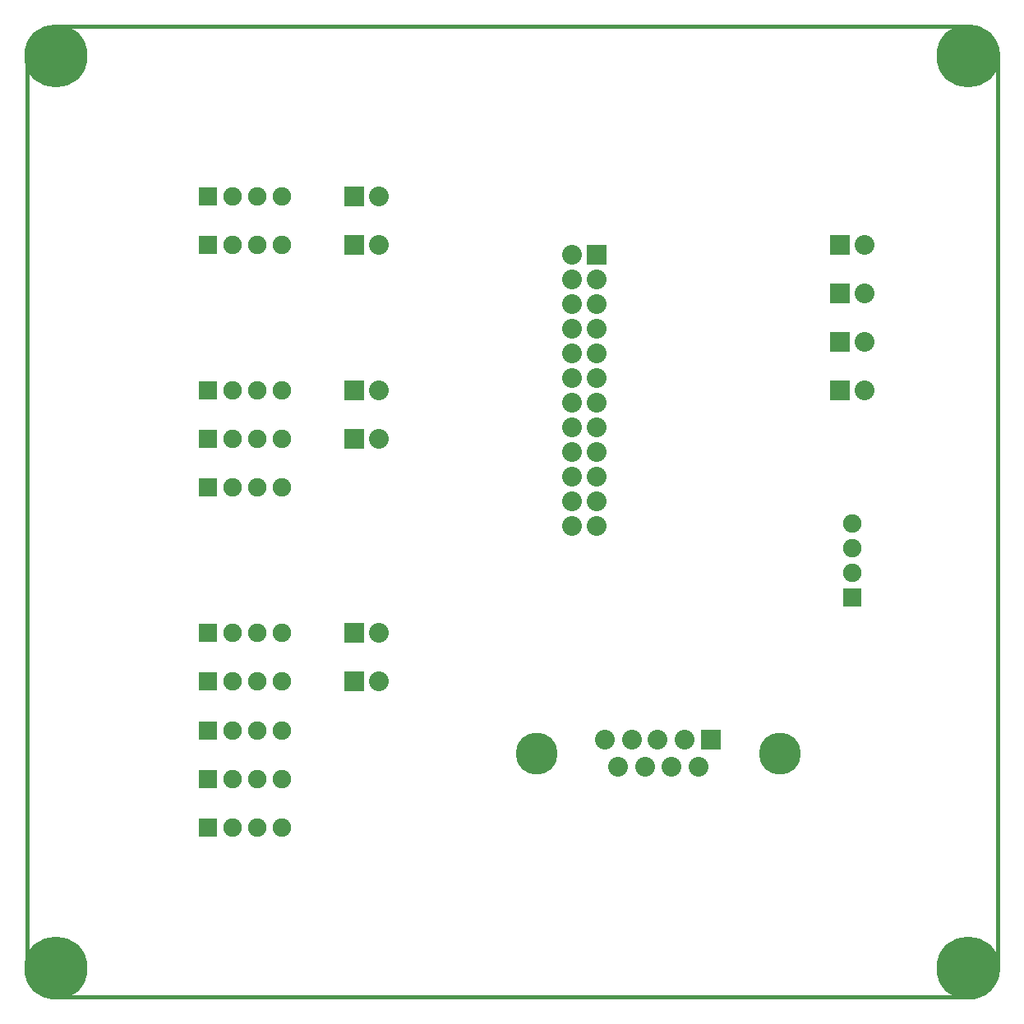
<source format=gbs>
G04 (created by PCBNEW-RS274X (2011-05-25)-stable) date Mon 09 Jul 2012 09:12:41 PM CEST*
G01*
G70*
G90*
%MOIN*%
G04 Gerber Fmt 3.4, Leading zero omitted, Abs format*
%FSLAX34Y34*%
G04 APERTURE LIST*
%ADD10C,0.006000*%
%ADD11C,0.015000*%
%ADD12R,0.075000X0.075000*%
%ADD13C,0.075000*%
%ADD14R,0.080000X0.080000*%
%ADD15C,0.080000*%
%ADD16C,0.170000*%
%ADD17C,0.256200*%
G04 APERTURE END LIST*
G54D10*
G54D11*
X19685Y-20866D02*
X19685Y-57874D01*
X57874Y-19685D02*
X20866Y-19685D01*
X59055Y-57874D02*
X59055Y-20866D01*
X20866Y-59055D02*
X57874Y-59055D01*
X19685Y-57874D02*
X19690Y-57976D01*
X19703Y-58079D01*
X19726Y-58179D01*
X19757Y-58277D01*
X19796Y-58373D01*
X19844Y-58464D01*
X19899Y-58551D01*
X19962Y-58633D01*
X20031Y-58709D01*
X20107Y-58778D01*
X20189Y-58841D01*
X20276Y-58896D01*
X20367Y-58944D01*
X20463Y-58983D01*
X20561Y-59014D01*
X20661Y-59037D01*
X20764Y-59050D01*
X20866Y-59055D01*
X20866Y-19685D02*
X20764Y-19690D01*
X20661Y-19703D01*
X20561Y-19726D01*
X20463Y-19757D01*
X20367Y-19796D01*
X20276Y-19844D01*
X20189Y-19899D01*
X20107Y-19962D01*
X20031Y-20031D01*
X19962Y-20107D01*
X19899Y-20189D01*
X19844Y-20276D01*
X19796Y-20367D01*
X19757Y-20463D01*
X19726Y-20561D01*
X19703Y-20661D01*
X19690Y-20764D01*
X19685Y-20866D01*
X59055Y-20866D02*
X59050Y-20764D01*
X59037Y-20661D01*
X59014Y-20561D01*
X58983Y-20463D01*
X58944Y-20367D01*
X58896Y-20276D01*
X58841Y-20189D01*
X58778Y-20107D01*
X58709Y-20031D01*
X58633Y-19962D01*
X58551Y-19899D01*
X58464Y-19844D01*
X58373Y-19796D01*
X58277Y-19757D01*
X58179Y-19726D01*
X58079Y-19703D01*
X57976Y-19690D01*
X57874Y-19685D01*
X57874Y-59055D02*
X57976Y-59050D01*
X58079Y-59037D01*
X58179Y-59014D01*
X58277Y-58983D01*
X58373Y-58944D01*
X58464Y-58896D01*
X58551Y-58841D01*
X58633Y-58778D01*
X58709Y-58709D01*
X58778Y-58633D01*
X58841Y-58551D01*
X58896Y-58464D01*
X58944Y-58373D01*
X58983Y-58277D01*
X59014Y-58179D01*
X59037Y-58079D01*
X59050Y-57976D01*
X59055Y-57874D01*
G54D12*
X27043Y-28543D03*
G54D13*
X28043Y-28543D03*
X29043Y-28543D03*
X30043Y-28543D03*
G54D12*
X27043Y-36417D03*
G54D13*
X28043Y-36417D03*
X29043Y-36417D03*
X30043Y-36417D03*
G54D12*
X27043Y-52166D03*
G54D13*
X28043Y-52166D03*
X29043Y-52166D03*
X30043Y-52166D03*
G54D12*
X27043Y-34448D03*
G54D13*
X28043Y-34448D03*
X29043Y-34448D03*
X30043Y-34448D03*
G54D12*
X27043Y-38385D03*
G54D13*
X28043Y-38385D03*
X29043Y-38385D03*
X30043Y-38385D03*
G54D12*
X27043Y-50198D03*
G54D13*
X28043Y-50198D03*
X29043Y-50198D03*
X30043Y-50198D03*
G54D12*
X27043Y-46261D03*
G54D13*
X28043Y-46261D03*
X29043Y-46261D03*
X30043Y-46261D03*
G54D12*
X27043Y-44292D03*
G54D13*
X28043Y-44292D03*
X29043Y-44292D03*
X30043Y-44292D03*
G54D12*
X27043Y-48229D03*
G54D13*
X28043Y-48229D03*
X29043Y-48229D03*
X30043Y-48229D03*
G54D12*
X27043Y-26575D03*
G54D13*
X28043Y-26575D03*
X29043Y-26575D03*
X30043Y-26575D03*
G54D14*
X32965Y-46260D03*
G54D15*
X33965Y-46260D03*
G54D14*
X32965Y-34449D03*
G54D15*
X33965Y-34449D03*
G54D14*
X52650Y-34449D03*
G54D15*
X53650Y-34449D03*
G54D14*
X32965Y-36417D03*
G54D15*
X33965Y-36417D03*
G54D14*
X32965Y-44291D03*
G54D15*
X33965Y-44291D03*
G54D14*
X52650Y-32480D03*
G54D15*
X53650Y-32480D03*
G54D14*
X52650Y-30512D03*
G54D15*
X53650Y-30512D03*
G54D14*
X52650Y-28543D03*
G54D15*
X53650Y-28543D03*
G54D14*
X32964Y-28543D03*
G54D15*
X33964Y-28543D03*
G54D14*
X32964Y-26575D03*
G54D15*
X33964Y-26575D03*
G54D14*
X42800Y-28950D03*
G54D15*
X41800Y-28950D03*
X42800Y-29950D03*
X41800Y-29950D03*
X42800Y-30950D03*
X41800Y-30950D03*
X42800Y-31950D03*
X41800Y-31950D03*
X42800Y-32950D03*
X41800Y-32950D03*
X42800Y-33950D03*
X41800Y-33950D03*
X42800Y-34950D03*
X41800Y-34950D03*
X42800Y-35950D03*
X41800Y-35950D03*
X42800Y-36950D03*
X41800Y-36950D03*
X42800Y-37950D03*
X41800Y-37950D03*
X42800Y-38950D03*
X41800Y-38950D03*
X42800Y-39950D03*
X41800Y-39950D03*
G54D16*
X40376Y-49163D03*
X50226Y-49163D03*
G54D14*
X47426Y-48613D03*
G54D15*
X46376Y-48613D03*
X45276Y-48613D03*
X44226Y-48613D03*
X43126Y-48613D03*
X46926Y-49713D03*
X45826Y-49713D03*
X44776Y-49713D03*
X43676Y-49713D03*
G54D12*
X53150Y-42839D03*
G54D13*
X53150Y-41839D03*
X53150Y-40839D03*
X53150Y-39839D03*
G54D17*
X57874Y-20866D03*
X57874Y-57874D03*
X20866Y-57874D03*
X20866Y-20866D03*
M02*

</source>
